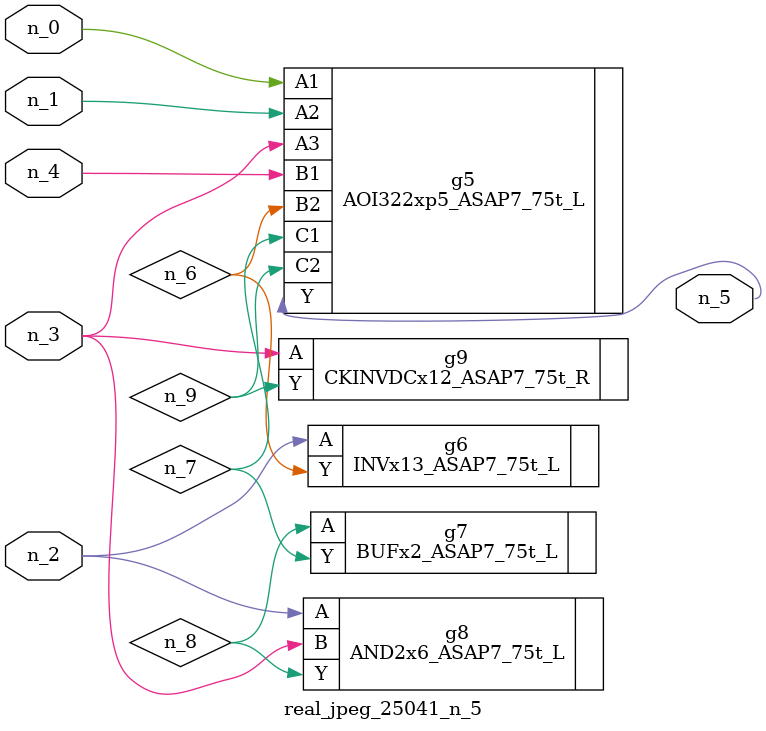
<source format=v>
module real_jpeg_25041_n_5 (n_4, n_0, n_1, n_2, n_3, n_5);

input n_4;
input n_0;
input n_1;
input n_2;
input n_3;

output n_5;

wire n_8;
wire n_6;
wire n_7;
wire n_9;

AOI322xp5_ASAP7_75t_L g5 ( 
.A1(n_0),
.A2(n_1),
.A3(n_3),
.B1(n_4),
.B2(n_6),
.C1(n_7),
.C2(n_9),
.Y(n_5)
);

INVx13_ASAP7_75t_L g6 ( 
.A(n_2),
.Y(n_6)
);

AND2x6_ASAP7_75t_L g8 ( 
.A(n_2),
.B(n_3),
.Y(n_8)
);

CKINVDCx12_ASAP7_75t_R g9 ( 
.A(n_3),
.Y(n_9)
);

BUFx2_ASAP7_75t_L g7 ( 
.A(n_8),
.Y(n_7)
);


endmodule
</source>
